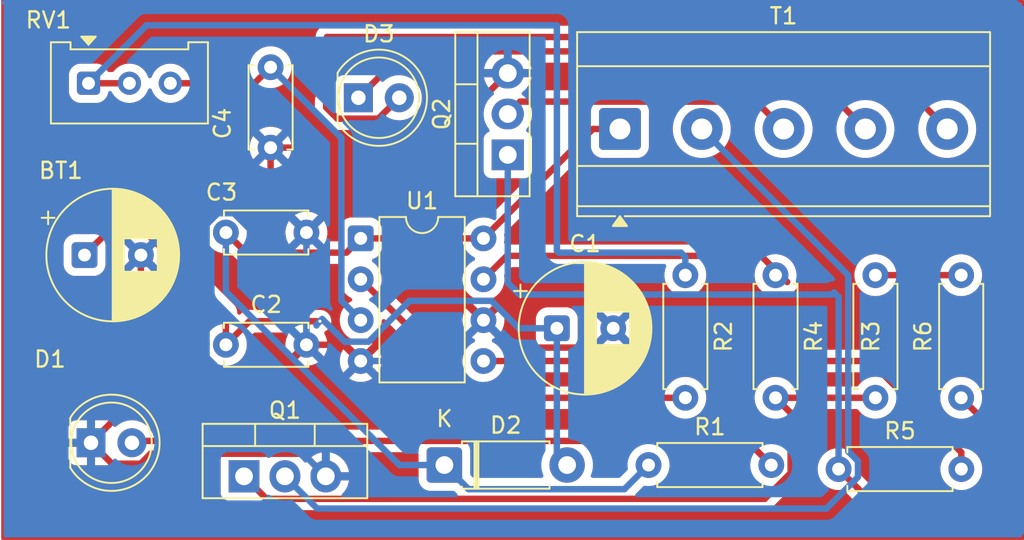
<source format=kicad_pcb>
(kicad_pcb (version 20241229) (generator "pcbnew") (generator_version "9.0")
  (layers (0 "F.Cu" signal) (2 "B.Cu" signal) (13 "F.Paste" user) (15 "B.Paste" user) (5 "F.SilkS" user "F.Silkscreen") (7 "B.SilkS" user "B.Silkscreen") (1 "F.Mask" user) (3 "B.Mask" user) (25 "Edge.Cuts" user))
  (net 0 "")
  (net 1 "GND")
  (net 2 "Net-(BT1-+)")
  (net 3 "Input")
  (net 4 "Net-(U1-CT)")
  (net 5 "Net-(D1-A)")
  (net 6 "Net-(D3-A)")
  (net 7 "Net-(D3-K)")
  (net 8 "Output2")
  (net 9 "Net-(Q1-G)")
  (net 10 "Output3")
  (net 11 "Net-(Q2-G)")
  (net 12 "Net-(R2-Pad1)")
  (net 13 "Net-(U1-RT)")
  (net 14 "Net-(R3-Pad2)")
  (net 15 "Net-(U1-HO)")
  (net 16 "Net-(U1-LO)")
  (footprint "Capacitor_THT:C_Disc_D5.0mm_W2.5mm_P5.00mm" (layer "F.Cu") (at 95.725 89.15)
    (property "Reference" "C3" (at -0.275 -2.5 0) (layer "F.SilkS"))
    (property "Value" "C_Polarized")
    (pad "1" thru_hole circle (at 0 0) (size 1.6 1.6) (drill 0.8) (layers "*.Cu" "*.Mask") (net 3 "Input"))
    (pad "2" thru_hole circle (at 5 0) (size 1.6 1.6) (drill 0.8) (layers "*.Cu" "*.Mask") (net 1 "GND"))
  )
  (footprint "TerminalBlock_Phoenix:TerminalBlock_Phoenix_MKDS-3-5-5.08_1x05_P5.08mm_Horizontal" (layer "F.Cu") (at 120.19 82.715)
    (property "Reference" "T1" (at 10.16 -7.02 0) (layer "F.SilkS"))
    (property "Value" "Transformer_SP_1S")
    (pad "1" thru_hole roundrect (at 0 0) (size 2.6 2.6) (drill 1.3) (layers "*.Cu" "*.Mask") (roundrect_rratio 0.096154) (net 3 "Input"))
    (pad "2" thru_hole circle (at 5.08 0) (size 2.6 2.6) (drill 1.3) (layers "*.Cu" "*.Mask") (net 8 "Output2"))
    (pad "3" thru_hole circle (at 10.16 0) (size 2.6 2.6) (drill 1.3) (layers "*.Cu" "*.Mask") (net 10 "Output3"))
    (pad "4" thru_hole circle (at 15.24 0) (size 2.6 2.6) (drill 1.3) (layers "*.Cu" "*.Mask") (net 7 "Net-(D3-K)"))
    (pad "5" thru_hole circle (at 20.32 0) (size 2.6 2.6) (drill 1.3) (layers "*.Cu" "*.Mask") (net 6 "Net-(D3-A)"))
  )
  (footprint "Resistor_THT:R_Axial_DIN0207_L6.3mm_D2.5mm_P7.62mm_Horizontal" (layer "F.Cu") (at 136.05 99.42 90)
    (property "Reference" "R3" (at 3.81 -0.275 90) (layer "F.SilkS"))
    (property "Value" "R")
    (pad "1" thru_hole circle (at 0 0 90) (size 1.6 1.6) (drill 0.8) (layers "*.Cu" "*.Mask") (net 9 "Net-(Q1-G)"))
    (pad "2" thru_hole circle (at 7.62 0 90) (size 1.6 1.6) (drill 0.8) (layers "*.Cu" "*.Mask") (net 14 "Net-(R3-Pad2)"))
  )
  (footprint "Capacitor_THT:CP_Radial_D8.0mm_P3.50mm" (layer "F.Cu") (at 116.272349 95.1)
    (property "Reference" "C1" (at 1.75 -5.25 0) (layer "F.SilkS"))
    (property "Value" "C")
    (pad "1" thru_hole roundrect (at 0 0) (size 1.6 1.6) (drill 0.8) (layers "*.Cu" "*.Mask") (roundrect_rratio 0.15625) (net 2 "Net-(BT1-+)"))
    (pad "2" thru_hole circle (at 3.5 0) (size 1.6 1.6) (drill 0.8) (layers "*.Cu" "*.Mask") (net 1 "GND"))
  )
  (footprint "Resistor_THT:R_Axial_DIN0207_L6.3mm_D2.5mm_P7.62mm_Horizontal" (layer "F.Cu") (at 124.25 91.8 -90)
    (property "Reference" "R2" (at 3.81 -2.37 90) (layer "F.SilkS"))
    (property "Value" "R")
    (pad "1" thru_hole circle (at 0 0 270) (size 1.6 1.6) (drill 0.8) (layers "*.Cu" "*.Mask") (net 12 "Net-(R2-Pad1)"))
    (pad "2" thru_hole circle (at 7.62 0 270) (size 1.6 1.6) (drill 0.8) (layers "*.Cu" "*.Mask") (net 13 "Net-(U1-RT)"))
  )
  (footprint "Capacitor_THT:C_Disc_D5.0mm_W2.5mm_P5.00mm" (layer "F.Cu") (at 95.725 96.125)
    (property "Reference" "C2" (at 2.5 -2.5 0) (layer "F.SilkS"))
    (property "Value" "C_Polarized")
    (pad "1" thru_hole circle (at 0 0) (size 1.6 1.6) (drill 0.8) (layers "*.Cu" "*.Mask") (net 2 "Net-(BT1-+)"))
    (pad "2" thru_hole circle (at 5 0) (size 1.6 1.6) (drill 0.8) (layers "*.Cu" "*.Mask") (net 1 "GND"))
  )
  (footprint "Resistor_THT:R_Axial_DIN0207_L6.3mm_D2.5mm_P7.62mm_Horizontal" (layer "F.Cu") (at 129.85 91.8 -90)
    (property "Reference" "R4" (at 3.81 -2.37 90) (layer "F.SilkS"))
    (property "Value" "R")
    (pad "1" thru_hole circle (at 0 0 270) (size 1.6 1.6) (drill 0.8) (layers "*.Cu" "*.Mask") (net 15 "Net-(U1-HO)"))
    (pad "2" thru_hole circle (at 7.62 0 270) (size 1.6 1.6) (drill 0.8) (layers "*.Cu" "*.Mask") (net 9 "Net-(Q1-G)"))
  )
  (footprint "Package_TO_SOT_THT:TO-220-3_Vertical" (layer "F.Cu") (at 113.225 84.325 90)
    (property "Reference" "Q2" (at 2.54 -4.1 90) (layer "F.SilkS"))
    (property "Value" "Q_NMOS_GDS")
    (pad "1" thru_hole rect (at 0 0 90) (size 1.905 2) (drill 1.1) (layers "*.Cu" "*.Mask") (net 11 "Net-(Q2-G)"))
    (pad "2" thru_hole oval (at 2.54 0 90) (size 1.905 2) (drill 1.1) (layers "*.Cu" "*.Mask") (net 10 "Output3"))
    (pad "3" thru_hole oval (at 5.08 0 90) (size 1.905 2) (drill 1.1) (layers "*.Cu" "*.Mask") (net 1 "GND"))
  )
  (footprint "Capacitor_THT:C_Disc_D5.0mm_W2.5mm_P5.00mm" (layer "F.Cu") (at 98.5 78.875 -90)
    (property "Reference" "C4" (at 3.5 2.99 90) (layer "F.SilkS"))
    (property "Value" "C")
    (pad "1" thru_hole circle (at 0 0 270) (size 1.6 1.6) (drill 0.8) (layers "*.Cu" "*.Mask") (net 4 "Net-(U1-CT)"))
    (pad "2" thru_hole circle (at 5 0 270) (size 1.6 1.6) (drill 0.8) (layers "*.Cu" "*.Mask") (net 1 "GND"))
  )
  (footprint "Potentiometer_THT:Potentiometer_Bourns_3386W_Horizontal" (layer "F.Cu") (at 87.195 79.875)
    (property "Reference" "RV1" (at -2.495 -3.925 0) (layer "F.SilkS"))
    (property "Value" "R_Potentiometer")
    (pad "1" thru_hole roundrect (at 0 0 90) (size 1.44 1.44) (drill 0.8) (layers "*.Cu" "*.Mask") (roundrect_rratio 0.1736111111) (net 12 "Net-(R2-Pad1)"))
    (pad "2" thru_hole circle (at 2.54 0 90) (size 1.44 1.44) (drill 0.8) (layers "*.Cu" "*.Mask") (net 12 "Net-(R2-Pad1)"))
    (pad "3" thru_hole circle (at 5.08 0 90) (size 1.44 1.44) (drill 0.8) (layers "*.Cu" "*.Mask") (net 4 "Net-(U1-CT)"))
  )
  (footprint "LED_THT:LED_D5.0mm" (layer "F.Cu") (at 103.95 80.775)
    (property "Reference" "D3" (at 1.27 -3.96 0) (layer "F.SilkS"))
    (property "Value" "LED")
    (pad "1" thru_hole rect (at 0 0) (size 1.8 1.8) (drill 0.9) (layers "*.Cu" "*.Mask") (net 7 "Net-(D3-K)"))
    (pad "2" thru_hole circle (at 2.54 0) (size 1.8 1.8) (drill 0.9) (layers "*.Cu" "*.Mask") (net 6 "Net-(D3-A)"))
  )
  (footprint "Package_DIP:DIP-8_W7.62mm" (layer "F.Cu") (at 104.095 89.515)
    (property "Reference" "U1" (at 3.81 -2.33 0) (layer "F.SilkS"))
    (property "Value" "IR2153")
    (pad "1" thru_hole roundrect (at 0 0) (size 1.6 1.6) (drill 0.8) (layers "*.Cu" "*.Mask") (roundrect_rratio 0.15625) (net 3 "Input"))
    (pad "2" thru_hole circle (at 0 2.54) (size 1.6 1.6) (drill 0.8) (layers "*.Cu" "*.Mask") (net 13 "Net-(U1-RT)"))
    (pad "3" thru_hole circle (at 0 5.08) (size 1.6 1.6) (drill 0.8) (layers "*.Cu" "*.Mask") (net 4 "Net-(U1-CT)"))
    (pad "4" thru_hole circle (at 0 7.62) (size 1.6 1.6) (drill 0.8) (layers "*.Cu" "*.Mask") (net 1 "GND"))
    (pad "5" thru_hole circle (at 7.62 7.62) (size 1.6 1.6) (drill 0.8) (layers "*.Cu" "*.Mask") (net 16 "Net-(U1-LO)"))
    (pad "6" thru_hole circle (at 7.62 5.08) (size 1.6 1.6) (drill 0.8) (layers "*.Cu" "*.Mask") (net 1 "GND"))
    (pad "7" thru_hole circle (at 7.62 2.54) (size 1.6 1.6) (drill 0.8) (layers "*.Cu" "*.Mask") (net 15 "Net-(U1-HO)"))
    (pad "8" thru_hole circle (at 7.62 0) (size 1.6 1.6) (drill 0.8) (layers "*.Cu" "*.Mask") (net 3 "Input"))
  )
  (footprint "Diode_THT:D_DO-41_SOD81_P7.62mm_Horizontal" (layer "F.Cu") (at 109.29 103.6)
    (property "Reference" "D2" (at 3.81 -2.47 0) (layer "F.SilkS"))
    (property "Value" "D")
    (fp_text user "K" (at 0 -2.875 0) (layer "F.SilkS"))
    (pad "1" thru_hole roundrect (at 0 0) (size 2.2 2.2) (drill 1.1) (layers "*.Cu" "*.Mask") (roundrect_rratio 0.113636) (net 3 "Input"))
    (pad "2" thru_hole circle (at 7.62 0) (size 2.2 2.2) (drill 1.1) (layers "*.Cu" "*.Mask") (net 2 "Net-(BT1-+)"))
  )
  (footprint "Capacitor_THT:CP_Radial_D8.0mm_P3.50mm" (layer "F.Cu") (at 86.947349 90.55)
    (property "Reference" "BT1" (at -1.472349 -5.25 0) (layer "F.SilkS"))
    (property "Value" "Battery")
    (pad "1" thru_hole roundrect (at 0 0) (size 1.6 1.6) (drill 0.8) (layers "*.Cu" "*.Mask") (roundrect_rratio 0.15625) (net 2 "Net-(BT1-+)"))
    (pad "2" thru_hole circle (at 3.5 0) (size 1.6 1.6) (drill 0.8) (layers "*.Cu" "*.Mask") (net 1 "GND"))
  )
  (footprint "Resistor_THT:R_Axial_DIN0207_L6.3mm_D2.5mm_P7.62mm_Horizontal" (layer "F.Cu") (at 141.375 99.42 90)
    (property "Reference" "R6" (at 3.81 -2.37 90) (layer "F.SilkS"))
    (property "Value" "R")
    (pad "1" thru_hole circle (at 0 0 90) (size 1.6 1.6) (drill 0.8) (layers "*.Cu" "*.Mask") (net 11 "Net-(Q2-G)"))
    (pad "2" thru_hole circle (at 7.62 0 90) (size 1.6 1.6) (drill 0.8) (layers "*.Cu" "*.Mask") (net 14 "Net-(R3-Pad2)"))
  )
  (footprint "Resistor_THT:R_Axial_DIN0207_L6.3mm_D2.5mm_P7.62mm_Horizontal" (layer "F.Cu") (at 121.965 103.6)
    (property "Reference" "R1" (at 3.81 -2.37 0) (layer "F.SilkS"))
    (property "Value" "R")
    (pad "1" thru_hole circle (at 0 0) (size 1.6 1.6) (drill 0.8) (layers "*.Cu" "*.Mask") (net 3 "Input"))
    (pad "2" thru_hole circle (at 7.62 0) (size 1.6 1.6) (drill 0.8) (layers "*.Cu" "*.Mask") (net 5 "Net-(D1-A)"))
  )
  (footprint "Resistor_THT:R_Axial_DIN0207_L6.3mm_D2.5mm_P7.62mm_Horizontal" (layer "F.Cu") (at 133.765 103.85)
    (property "Reference" "R5" (at 3.81 -2.37 0) (layer "F.SilkS"))
    (property "Value" "R")
    (pad "1" thru_hole circle (at 0 0) (size 1.6 1.6) (drill 0.8) (layers "*.Cu" "*.Mask") (net 11 "Net-(Q2-G)"))
    (pad "2" thru_hole circle (at 7.62 0) (size 1.6 1.6) (drill 0.8) (layers "*.Cu" "*.Mask") (net 16 "Net-(U1-LO)"))
  )
  (footprint "Package_TO_SOT_THT:TO-220-3_Vertical" (layer "F.Cu") (at 96.85 104.3)
    (property "Reference" "Q1" (at 2.54 -4.1 0) (layer "F.SilkS"))
    (property "Value" "Q_NMOS_GDS")
    (pad "1" thru_hole rect (at 0 0) (size 1.905 2) (drill 1.1) (layers "*.Cu" "*.Mask") (net 9 "Net-(Q1-G)"))
    (pad "2" thru_hole oval (at 2.54 0) (size 1.905 2) (drill 1.1) (layers "*.Cu" "*.Mask") (net 8 "Output2"))
    (pad "3" thru_hole oval (at 5.08 0) (size 1.905 2) (drill 1.1) (layers "*.Cu" "*.Mask") (net 1 "GND"))
  )
  (footprint "LED_THT:LED_D5.0mm" (layer "F.Cu") (at 87.35 102.215)
    (property "Reference" "D1" (at -2.55 -5.19 0) (layer "F.SilkS"))
    (property "Value" "LED")
    (pad "1" thru_hole rect (at 0 0) (size 1.8 1.8) (drill 0.9) (layers "*.Cu" "*.Mask") (net 1 "GND"))
    (pad "2" thru_hole circle (at 2.54 0) (size 1.8 1.8) (drill 0.9) (layers "*.Cu" "*.Mask") (net 5 "Net-(D1-A)"))
  )
  (gr_rect (start 81.875 74.8) (end 145.2 108.175) (stroke (width 0.2)) (fill no) (layer "F.Cu"))
  (segment (start 111.715 94.595) (end 113.421 96.301) (width 0.4) (layer "F.Cu") (net 1))
  (segment (start 91.045892 102.899) (end 90.428892 103.516) (width 0.4) (layer "F.Cu") (net 1))
  (segment (start 113.421 96.301) (end 118.571349 96.301) (width 0.4) (layer "F.Cu") (net 1))
  (segment (start 98.5 86.925) (end 100.725 89.15) (width 0.4) (layer "F.Cu") (net 1))
  (segment (start 100.725 96.125) (end 103.085 96.125) (width 0.4) (layer "F.Cu") (net 1))
  (segment (start 100.775 91.001) (end 100.725 91.001) (width 0.4) (layer "F.Cu") (net 1))
  (segment (start 88.651 103.516) (end 87.35 102.215) (width 0.4) (layer "F.Cu") (net 1))
  (segment (start 90.447349 90.55) (end 90.447349 99.117651) (width 0.4) (layer "F.Cu") (net 1))
  (segment (start 101.93 104.3) (end 100.529 102.899) (width 0.4) (layer "F.Cu") (net 1))
  (segment (start 101.3 83.85) (end 101.275 83.875) (width 0.4) (layer "F.Cu") (net 1))
  (segment (start 108.62 83.85) (end 101.3 83.85) (width 0.4) (layer "F.Cu") (net 1))
  (segment (start 90.428892 103.516) (end 88.651 103.516) (width 0.4) (layer "F.Cu") (net 1))
  (segment (start 100.529 102.899) (end 91.045892 102.899) (width 0.4) (layer "F.Cu") (net 1))
  (segment (start 100.974 91.2) (end 100.775 91.001) (width 0.4) (layer "F.Cu") (net 1))
  (segment (start 113.225 79.245) (end 108.62 83.85) (width 0.4) (layer "F.Cu") (net 1))
  (segment (start 101.275 83.875) (end 98.5 83.875) (width 0.4) (layer "F.Cu") (net 1))
  (segment (start 98.5 83.875) (end 98.5 86.925) (width 0.4) (layer "F.Cu") (net 1))
  (segment (start 100.725 96.125) (end 100.974 95.876) (width 0.4) (layer "F.Cu") (net 1))
  (segment (start 103.085 96.125) (end 104.095 97.135) (width 0.4) (layer "F.Cu") (net 1))
  (segment (start 90.447349 99.117651) (end 87.35 102.215) (width 0.4) (layer "F.Cu") (net 1))
  (segment (start 118.571349 96.301) (end 119.772349 95.1) (width 0.4) (layer "F.Cu") (net 1))
  (segment (start 100.725 96.125) (end 100.725 89.15) (width 0.4) (layer "B.Cu") (net 1))
  (segment (start 96.222471 87.949) (end 95.227529 87.949) (width 0.4) (layer "B.Cu") (net 1))
  (segment (start 100.725 92.451529) (end 96.222471 87.949) (width 0.4) (layer "B.Cu") (net 1))
  (segment (start 94.524 96.894) (end 101.93 104.3) (width 0.4) (layer "B.Cu") (net 1))
  (segment (start 100.725 96.125) (end 100.725 92.451529) (width 0.4) (layer "B.Cu") (net 1))
  (segment (start 95.227529 87.949) (end 94.524 88.652529) (width 0.4) (layer "B.Cu") (net 1))
  (segment (start 109.175 97.135) (end 111.715 94.595) (width 0.4) (layer "B.Cu") (net 1))
  (segment (start 104.095 97.135) (end 109.175 97.135) (width 0.4) (layer "B.Cu") (net 1))
  (segment (start 94.524 88.652529) (end 94.524 96.894) (width 0.4) (layer "B.Cu") (net 1))
  (segment (start 95.725 94.12918) (end 95.725 96.125) (width 0.4) (layer "F.Cu") (net 2))
  (segment (start 101.5625 94.6625) (end 97.1875 94.6625) (width 0.4) (layer "F.Cu") (net 2))
  (segment (start 97.1875 94.6625) (end 95.725 96.125) (width 0.4) (layer "F.Cu") (net 2))
  (segment (start 90.94482 89.349) (end 95.725 94.12918) (width 0.4) (layer "F.Cu") (net 2))
  (segment (start 88.148349 89.349) (end 90.94482 89.349) (width 0.4) (layer "F.Cu") (net 2))
  (segment (start 86.947349 90.55) (end 88.148349 89.349) (width 0.4) (layer "F.Cu") (net 2))
  (via (at 101.5625 94.6625) (size 0.4) (drill 0.2) (layers "F.Cu" "B.Cu") (net 2))
  (segment (start 103.109 95.934) (end 101.7 94.525) (width 0.4) (layer "B.Cu") (net 2))
  (segment (start 107.132471 93.394) (end 104.592471 95.934) (width 0.4) (layer "B.Cu") (net 2))
  (segment (start 116.272349 95.1) (end 116.272349 102.962349) (width 0.4) (layer "B.Cu") (net 2))
  (segment (start 113.918471 95.1) (end 112.212471 93.394) (width 0.4) (layer "B.Cu") (net 2))
  (segment (start 116.272349 95.1) (end 113.918471 95.1) (width 0.4) (layer "B.Cu") (net 2))
  (segment (start 104.592471 95.934) (end 103.109 95.934) (width 0.4) (layer "B.Cu") (net 2))
  (segment (start 116.272349 102.962349) (end 116.91 103.6) (width 0.4) (layer "B.Cu") (net 2))
  (segment (start 112.212471 93.394) (end 107.132471 93.394) (width 0.4) (layer "B.Cu") (net 2))
  (segment (start 101.7 94.525) (end 101.35 94.875) (width 0.4) (layer "B.Cu") (net 2))
  (segment (start 101.35 94.925) (end 101.35 94.875) (width 0.4) (layer "B.Cu") (net 2))
  (segment (start 111.715 89.515) (end 104.095 89.515) (width 0.4) (layer "F.Cu") (net 3))
  (segment (start 120.19 82.715) (end 118.515 82.715) (width 0.4) (layer "F.Cu") (net 3))
  (segment (start 103.21 90.4) (end 104.095 89.515) (width 0.4) (layer "F.Cu") (net 3))
  (segment (start 95.725 89.15) (end 96.975 90.4) (width 0.4) (layer "F.Cu") (net 3))
  (segment (start 96.975 90.4) (end 103.21 90.4) (width 0.4) (layer "F.Cu") (net 3))
  (segment (start 118.515 82.715) (end 111.715 89.515) (width 0.4) (layer "F.Cu") (net 3))
  (segment (start 106.501529 103.6) (end 109.29 103.6) (width 0.4) (layer "B.Cu") (net 3))
  (segment (start 110.791 105.101) (end 120.464 105.101) (width 0.4) (layer "B.Cu") (net 3))
  (segment (start 95.725 89.15) (end 95.725 92.823471) (width 0.4) (layer "B.Cu") (net 3))
  (segment (start 95.725 92.823471) (end 106.501529 103.6) (width 0.4) (layer "B.Cu") (net 3))
  (segment (start 109.29 103.6) (end 110.791 105.101) (width 0.4) (layer "B.Cu") (net 3))
  (segment (start 120.464 105.101) (end 121.965 103.6) (width 0.4) (layer "B.Cu") (net 3))
  (segment (start 92.275 79.875) (end 97.5 79.875) (width 0.4) (layer "F.Cu") (net 4))
  (segment (start 97.5 79.875) (end 98.5 78.875) (width 0.4) (layer "F.Cu") (net 4))
  (segment (start 102.894 93.394) (end 104.095 94.595) (width 0.4) (layer "B.Cu") (net 4))
  (segment (start 102.894 83.269) (end 102.894 93.394) (width 0.4) (layer "B.Cu") (net 4))
  (segment (start 98.5 78.875) (end 102.894 83.269) (width 0.4) (layer "B.Cu") (net 4))
  (segment (start 89.89 102.215) (end 90.006 102.099) (width 0.4) (layer "F.Cu") (net 5))
  (segment (start 90.006 102.099) (end 128.084 102.099) (width 0.4) (layer "F.Cu") (net 5))
  (segment (start 128.084 102.099) (end 129.585 103.6) (width 0.4) (layer "F.Cu") (net 5))
  (segment (start 102 77) (end 102 80.95) (width 0.4) (layer "F.Cu") (net 6))
  (segment (start 134.795 77) (end 102 77) (width 0.4) (layer "F.Cu") (net 6))
  (segment (start 105.189 82.076) (end 106.49 80.775) (width 0.4) (layer "F.Cu") (net 6))
  (segment (start 101.95 81) (end 101.95 81.377) (width 0.4) (layer "F.Cu") (net 6))
  (segment (start 102 80.95) (end 101.95 81) (width 0.4) (layer "F.Cu") (net 6))
  (segment (start 101.95 81.377) (end 102.649 82.076) (width 0.4) (layer "F.Cu") (net 6))
  (segment (start 102.649 82.076) (end 105.189 82.076) (width 0.4) (layer "F.Cu") (net 6))
  (segment (start 140.51 82.715) (end 134.795 77) (width 0.4) (layer "F.Cu") (net 6))
  (segment (start 106.8335 77.8915) (end 130.6065 77.8915) (width 0.4) (layer "F.Cu") (net 7))
  (segment (start 103.95 80.775) (end 106.8335 77.8915) (width 0.4) (layer "F.Cu") (net 7))
  (segment (start 130.6065 77.8915) (end 135.43 82.715) (width 0.4) (layer "F.Cu") (net 7))
  (segment (start 134.366 91.811) (end 125.27 82.715) (width 0.4) (layer "B.Cu") (net 8))
  (segment (start 134.966 103.352529) (end 134.366 102.752529) (width 0.4) (layer "B.Cu") (net 8))
  (segment (start 99.39 104.3) (end 101.393 106.303) (width 0.4) (layer "B.Cu") (net 8))
  (segment (start 101.393 106.303) (end 133.010471 106.303) (width 0.4) (layer "B.Cu") (net 8))
  (segment (start 134.966 104.347471) (end 134.966 103.352529) (width 0.4) (layer "B.Cu") (net 8))
  (segment (start 133.010471 106.303) (end 134.966 104.347471) (width 0.4) (layer "B.Cu") (net 8))
  (segment (start 134.366 102.752529) (end 134.366 91.811) (width 0.4) (layer "B.Cu") (net 8))
  (segment (start 129.85 99.42) (end 136.05 99.42) (width 0.4) (layer "F.Cu") (net 9))
  (segment (start 130.786 104.097471) (end 130.786 100.356) (width 0.4) (layer "F.Cu") (net 9))
  (segment (start 96.85 104.3) (end 98.251 105.701) (width 0.4) (layer "F.Cu") (net 9))
  (segment (start 129.182471 105.701) (end 130.786 104.097471) (width 0.4) (layer "F.Cu") (net 9))
  (segment (start 130.786 100.356) (end 129.85 99.42) (width 0.4) (layer "F.Cu") (net 9))
  (segment (start 98.251 105.701) (end 129.182471 105.701) (width 0.4) (layer "F.Cu") (net 9))
  (segment (start 113.225 81.785) (end 113.996 81.014) (width 0.4) (layer "F.Cu") (net 10))
  (segment (start 128.649 81.014) (end 130.35 82.715) (width 0.4) (layer "F.Cu") (net 10))
  (segment (start 113.996 81.014) (end 128.649 81.014) (width 0.4) (layer "F.Cu") (net 10))
  (segment (start 144.375 106.025) (end 135.94 106.025) (width 0.4) (layer "F.Cu") (net 11))
  (segment (start 135.94 106.025) (end 133.765 103.85) (width 0.4) (layer "F.Cu") (net 11))
  (segment (start 144.375 102.42) (end 144.375 106.025) (width 0.4) (layer "F.Cu") (net 11))
  (segment (start 141.375 99.42) (end 144.375 102.42) (width 0.4) (layer "F.Cu") (net 11))
  (segment (start 133.349 93.001) (end 113.951 93.001) (width 0.4) (layer "B.Cu") (net 11))
  (segment (start 133.765 93.165) (end 133.475 92.875) (width 0.4) (layer "B.Cu") (net 11))
  (segment (start 133.765 103.85) (end 133.765 93.165) (width 0.4) (layer "B.Cu") (net 11))
  (segment (start 113.225 92.275) (end 113.225 84.325) (width 0.4) (layer "B.Cu") (net 11))
  (segment (start 113.951 93.001) (end 113.225 92.275) (width 0.4) (layer "B.Cu") (net 11))
  (segment (start 133.475 92.875) (end 133.349 93.001) (width 0.4) (layer "B.Cu") (net 11))
  (segment (start 87.195 79.875) (end 89.735 79.875) (width 0.4) (layer "F.Cu") (net 12))
  (segment (start 124.25 90.675) (end 124.25 91.8) (width 0.4) (layer "B.Cu") (net 12))
  (segment (start 123.975 90.4) (end 124.25 90.675) (width 0.4) (layer "B.Cu") (net 12))
  (segment (start 90.795 76.275) (end 116.275 76.275) (width 0.4) (layer "B.Cu") (net 12))
  (segment (start 116.275 76.275) (end 116.275 90.275) (width 0.4) (layer "B.Cu") (net 12))
  (segment (start 87.195 79.875) (end 90.795 76.275) (width 0.4) (layer "B.Cu") (net 12))
  (segment (start 116.275 90.275) (end 116.4 90.4) (width 0.4) (layer "B.Cu") (net 12))
  (segment (start 116.4 90.4) (end 123.975 90.4) (width 0.4) (layer "B.Cu") (net 12))
  (segment (start 111.46 99.42) (end 124.25 99.42) (width 0.4) (layer "F.Cu") (net 13))
  (segment (start 104.095 92.055) (end 111.46 99.42) (width 0.4) (layer "F.Cu") (net 13))
  (segment (start 136.05 91.8) (end 141.375 91.8) (width 0.4) (layer "F.Cu") (net 14))
  (segment (start 128.949 90.599) (end 130.575 92.225) (width 0.4) (layer "F.Cu") (net 15))
  (segment (start 113.171 90.599) (end 128.949 90.599) (width 0.4) (layer "F.Cu") (net 15))
  (segment (start 111.715 92.055) (end 113.171 90.599) (width 0.4) (layer "F.Cu") (net 15))
  (segment (start 141.385 102.81) (end 141.385 103.85) (width 0.4) (layer "F.Cu") (net 16))
  (segment (start 111.715 97.135) (end 135.71 97.135) (width 0.4) (layer "F.Cu") (net 16))
  (segment (start 135.71 97.135) (end 141.385 102.81) (width 0.4) (layer "F.Cu") (net 16))
  (zone (net 1) (net_name "GND") (layer "F.Cu") (connect_pads (clearance 0.5)) (min_thickness 0.25) (fill yes (thermal_gap 0.5) (thermal_bridge_width 0.5))
    (polygon (pts (xy 81.875 74.8) (xy 81.875 108.175) (xy 145.2 108.175) (xy 145.2 74.8)))
  )
  (zone (net 1) (net_name "GND") (layer "B.Cu") (priority 1) (connect_pads (clearance 0.5)) (min_thickness 0.25) (fill yes (thermal_gap 0.5) (thermal_bridge_width 0.5))
    (polygon (pts (xy 81.7 74.8) (xy 81.925 75.025) (xy 81.925 108.05) (xy 81.875 108.1) (xy 145.05 108.1) (xy 145.275 107.875) (xy 145.275 75.125) (xy 144.85 74.7) (xy 81.925 74.7) (xy 81.75 74.875) (xy 81.7 74.825)))
  )
)
</source>
